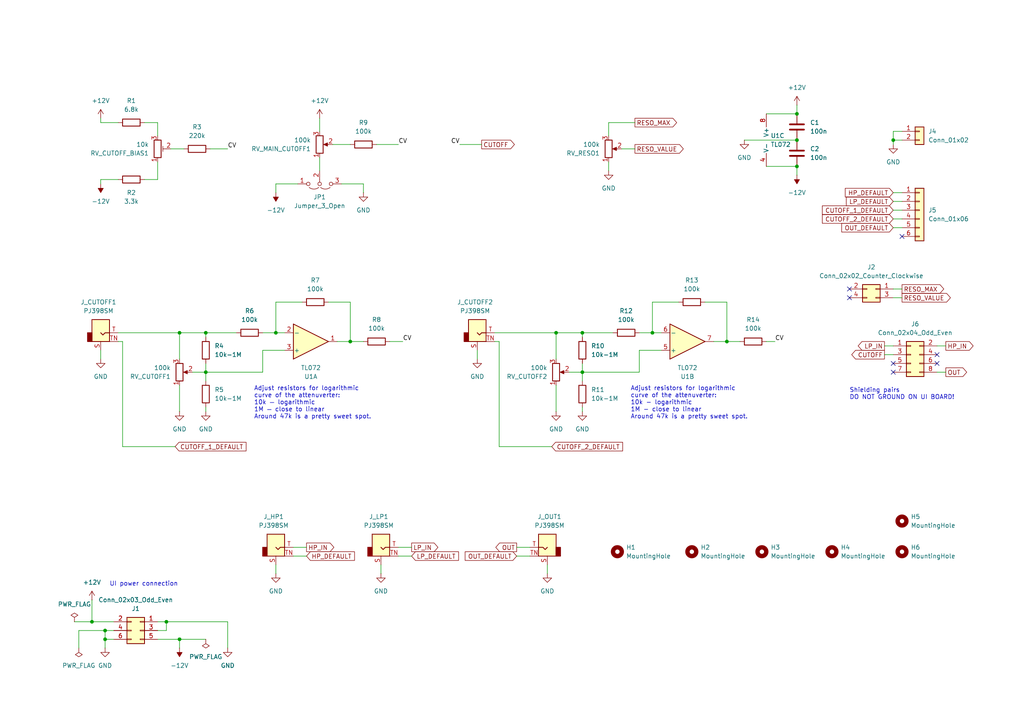
<source format=kicad_sch>
(kicad_sch (version 20250114) (generator "eeschema") (generator_version "9.0")
  (paper "A4")
  (title_block (title "Hog Moduleur VCO UI") (date "2025-07-06") (rev "v0.2") (company "Shmøergh"))
  (lib_symbols
    (symbol "Amplifier_Operational:TL072" (pin_names (offset 0.127))
      (property "Reference" "U" (at 0 5.08 0))
      (property "Value" "TL072" (at 0 -5.08 0))
      (symbol "TL072_1_1"
        (polyline (pts (xy -5.08 5.08) (xy 5.08 0) (xy -5.08 -5.08) (xy -5.08 5.08)) (stroke (width 0.254)) (fill (type background)))
        (pin input line (at -7.62 2.54 0) (length 2.54) (name "+") (number "3"))
        (pin input line (at -7.62 -2.54 0) (length 2.54) (name "-") (number "2"))
        (pin output line (at 7.62 0 180) (length 2.54) (name "~") (number "1"))
      )
      (symbol "TL072_2_1"
        (polyline (pts (xy -5.08 5.08) (xy 5.08 0) (xy -5.08 -5.08) (xy -5.08 5.08)) (stroke (width 0.254)) (fill (type background)))
        (pin input line (at -7.62 2.54 0) (length 2.54) (name "+") (number "5"))
        (pin input line (at -7.62 -2.54 0) (length 2.54) (name "-") (number "6"))
        (pin output line (at 7.62 0 180) (length 2.54) (name "~") (number "7"))
      )
      (symbol "TL072_3_1"
        (pin power_in line (at -2.54 7.62 270) (length 3.81) (name "V+") (number "8"))
        (pin power_in line (at -2.54 -7.62 90) (length 3.81) (name "V-") (number "4"))
      )
    )
    (symbol "Connector_Generic:Conn_01x02" (pin_names (offset 1.016) (hide yes))
      (property "Reference" "J" (at 0 2.54 0))
      (property "Value" "Conn_01x02" (at 0 -5.08 0))
      (symbol "Conn_01x02_1_1"
        (rectangle (start -1.27 1.27) (end 1.27 -3.81) (stroke (width 0.254)) (fill (type background)))
        (rectangle (start -1.27 0.127) (end 0 -0.127) (stroke (width 0.1524)))
        (rectangle (start -1.27 -2.413) (end 0 -2.667) (stroke (width 0.1524)))
        (pin passive line (at -5.08 0 0) (length 3.81) (name "Pin_1") (number "1"))
        (pin passive line (at -5.08 -2.54 0) (length 3.81) (name "Pin_2") (number "2"))
      )
    )
    (symbol "Connector_Generic:Conn_01x06" (pin_names (offset 1.016) (hide yes))
      (property "Reference" "J" (at 0 7.62 0))
      (property "Value" "Conn_01x06" (at 0 -10.16 0))
      (symbol "Conn_01x06_1_1"
        (rectangle (start -1.27 6.35) (end 1.27 -8.89) (stroke (width 0.254)) (fill (type background)))
        (rectangle (start -1.27 5.207) (end 0 4.953) (stroke (width 0.1524)))
        (rectangle (start -1.27 2.667) (end 0 2.413) (stroke (width 0.1524)))
        (rectangle (start -1.27 0.127) (end 0 -0.127) (stroke (width 0.1524)))
        (rectangle (start -1.27 -2.413) (end 0 -2.667) (stroke (width 0.1524)))
        (rectangle (start -1.27 -4.953) (end 0 -5.207) (stroke (width 0.1524)))
        (rectangle (start -1.27 -7.493) (end 0 -7.747) (stroke (width 0.1524)))
        (pin passive line (at -5.08 5.08 0) (length 3.81) (name "Pin_1") (number "1"))
        (pin passive line (at -5.08 2.54 0) (length 3.81) (name "Pin_2") (number "2"))
        (pin passive line (at -5.08 0 0) (length 3.81) (name "Pin_3") (number "3"))
        (pin passive line (at -5.08 -2.54 0) (length 3.81) (name "Pin_4") (number "4"))
        (pin passive line (at -5.08 -5.08 0) (length 3.81) (name "Pin_5") (number "5"))
        (pin passive line (at -5.08 -7.62 0) (length 3.81) (name "Pin_6") (number "6"))
      )
    )
    (symbol "Connector_Generic:Conn_02x02_Odd_Even" (pin_names (offset 1.016) (hide yes))
      (property "Reference" "J" (at 1.27 2.54 0))
      (property "Value" "Conn_02x02_Odd_Even" (at 1.27 -5.08 0))
      (symbol "Conn_02x02_Odd_Even_1_1"
        (rectangle (start -1.27 1.27) (end 3.81 -3.81) (stroke (width 0.254)) (fill (type background)))
        (rectangle (start -1.27 0.127) (end 0 -0.127) (stroke (width 0.1524)))
        (rectangle (start -1.27 -2.413) (end 0 -2.667) (stroke (width 0.1524)))
        (rectangle (start 3.81 0.127) (end 2.54 -0.127) (stroke (width 0.1524)))
        (rectangle (start 3.81 -2.413) (end 2.54 -2.667) (stroke (width 0.1524)))
        (pin passive line (at -5.08 0 0) (length 3.81) (name "Pin_1") (number "1"))
        (pin passive line (at -5.08 -2.54 0) (length 3.81) (name "Pin_3") (number "3"))
        (pin passive line (at 7.62 0 180) (length 3.81) (name "Pin_2") (number "2"))
        (pin passive line (at 7.62 -2.54 180) (length 3.81) (name "Pin_4") (number "4"))
      )
    )
    (symbol "Connector_Generic:Conn_02x03_Odd_Even" (pin_names (offset 1.016) (hide yes))
      (property "Reference" "J" (at 1.27 5.08 0))
      (property "Value" "Conn_02x03_Odd_Even" (at 1.27 -5.08 0))
      (symbol "Conn_02x03_Odd_Even_1_1"
        (rectangle (start -1.27 3.81) (end 3.81 -3.81) (stroke (width 0.254)) (fill (type background)))
        (rectangle (start -1.27 2.667) (end 0 2.413) (stroke (width 0.1524)))
        (rectangle (start -1.27 0.127) (end 0 -0.127) (stroke (width 0.1524)))
        (rectangle (start -1.27 -2.413) (end 0 -2.667) (stroke (width 0.1524)))
        (rectangle (start 3.81 2.667) (end 2.54 2.413) (stroke (width 0.1524)))
        (rectangle (start 3.81 0.127) (end 2.54 -0.127) (stroke (width 0.1524)))
        (rectangle (start 3.81 -2.413) (end 2.54 -2.667) (stroke (width 0.1524)))
        (pin passive line (at -5.08 2.54 0) (length 3.81) (name "Pin_1") (number "1"))
        (pin passive line (at -5.08 0 0) (length 3.81) (name "Pin_3") (number "3"))
        (pin passive line (at -5.08 -2.54 0) (length 3.81) (name "Pin_5") (number "5"))
        (pin passive line (at 7.62 2.54 180) (length 3.81) (name "Pin_2") (number "2"))
        (pin passive line (at 7.62 0 180) (length 3.81) (name "Pin_4") (number "4"))
        (pin passive line (at 7.62 -2.54 180) (length 3.81) (name "Pin_6") (number "6"))
      )
    )
    (symbol "Connector_Generic:Conn_02x04_Odd_Even" (pin_names (offset 1.016) (hide yes))
      (property "Reference" "J" (at 1.27 5.08 0))
      (property "Value" "Conn_02x04_Odd_Even" (at 1.27 -7.62 0))
      (symbol "Conn_02x04_Odd_Even_1_1"
        (rectangle (start -1.27 3.81) (end 3.81 -6.35) (stroke (width 0.254)) (fill (type background)))
        (rectangle (start -1.27 2.667) (end 0 2.413) (stroke (width 0.1524)))
        (rectangle (start -1.27 0.127) (end 0 -0.127) (stroke (width 0.1524)))
        (rectangle (start -1.27 -2.413) (end 0 -2.667) (stroke (width 0.1524)))
        (rectangle (start -1.27 -4.953) (end 0 -5.207) (stroke (width 0.1524)))
        (rectangle (start 3.81 2.667) (end 2.54 2.413) (stroke (width 0.1524)))
        (rectangle (start 3.81 0.127) (end 2.54 -0.127) (stroke (width 0.1524)))
        (rectangle (start 3.81 -2.413) (end 2.54 -2.667) (stroke (width 0.1524)))
        (rectangle (start 3.81 -4.953) (end 2.54 -5.207) (stroke (width 0.1524)))
        (pin passive line (at -5.08 2.54 0) (length 3.81) (name "Pin_1") (number "1"))
        (pin passive line (at -5.08 0 0) (length 3.81) (name "Pin_3") (number "3"))
        (pin passive line (at -5.08 -2.54 0) (length 3.81) (name "Pin_5") (number "5"))
        (pin passive line (at -5.08 -5.08 0) (length 3.81) (name "Pin_7") (number "7"))
        (pin passive line (at 7.62 2.54 180) (length 3.81) (name "Pin_2") (number "2"))
        (pin passive line (at 7.62 0 180) (length 3.81) (name "Pin_4") (number "4"))
        (pin passive line (at 7.62 -2.54 180) (length 3.81) (name "Pin_6") (number "6"))
        (pin passive line (at 7.62 -5.08 180) (length 3.81) (name "Pin_8") (number "8"))
      )
    )
    (symbol "Device:C" (pin_numbers (hide yes)) (pin_names (offset 0.254))
      (property "Reference" "C" (at 0.635 2.54 0))
      (property "Value" "C" (at 0.635 -2.54 0))
      (symbol "C_0_1"
        (polyline (pts (xy -2.032 0.762) (xy 2.032 0.762)) (stroke (width 0.508)))
        (polyline (pts (xy -2.032 -0.762) (xy 2.032 -0.762)) (stroke (width 0.508)))
      )
      (symbol "C_1_1"
        (pin passive line (at 0 3.81 270) (length 2.794) (name "~") (number "1"))
        (pin passive line (at 0 -3.81 90) (length 2.794) (name "~") (number "2"))
      )
    )
    (symbol "Device:R" (pin_numbers (hide yes)) (pin_names (offset 0))
      (property "Reference" "R" (at 2.032 0 90))
      (property "Value" "R" (at 0 0 90))
      (symbol "R_0_1"
        (rectangle (start -1.016 -2.54) (end 1.016 2.54) (stroke (width 0.254)))
      )
      (symbol "R_1_1"
        (pin passive line (at 0 3.81 270) (length 1.27) (name "~") (number "1"))
        (pin passive line (at 0 -3.81 90) (length 1.27) (name "~") (number "2"))
      )
    )
    (symbol "Device:R_Potentiometer" (pin_names (offset 1.016) (hide yes))
      (property "Reference" "RV" (at -4.445 0 90))
      (property "Value" "R_Potentiometer" (at -2.54 0 90))
      (symbol "R_Potentiometer_0_1"
        (rectangle (start 1.016 2.54) (end -1.016 -2.54) (stroke (width 0.254)))
        (polyline (pts (xy 1.143 0) (xy 2.286 0.508) (xy 2.286 -0.508) (xy 1.143 0)) (fill (type outline)))
        (polyline (pts (xy 2.54 0) (xy 1.524 0)))
      )
      (symbol "R_Potentiometer_1_1"
        (pin passive line (at 0 3.81 270) (length 1.27) (name "1") (number "1"))
        (pin passive line (at 0 -3.81 90) (length 1.27) (name "3") (number "3"))
        (pin passive line (at 3.81 0 180) (length 1.27) (name "2") (number "2"))
      )
    )
    (symbol "Device:R_Potentiometer_Trim" (pin_names (offset 1.016) (hide yes))
      (property "Reference" "RV" (at -4.445 0 90))
      (property "Value" "R_Potentiometer_Trim" (at -2.54 0 90))
      (symbol "R_Potentiometer_Trim_0_1"
        (rectangle (start 1.016 2.54) (end -1.016 -2.54) (stroke (width 0.254)))
        (polyline (pts (xy 1.524 0.762) (xy 1.524 -0.762)))
        (polyline (pts (xy 2.54 0) (xy 1.524 0)))
      )
      (symbol "R_Potentiometer_Trim_1_1"
        (pin passive line (at 0 3.81 270) (length 1.27) (name "1") (number "1"))
        (pin passive line (at 0 -3.81 90) (length 1.27) (name "3") (number "3"))
        (pin passive line (at 3.81 0 180) (length 1.27) (name "2") (number "2"))
      )
    )
    (symbol "Jumper:Jumper_3_Open" (pin_names (offset 0) (hide yes)) (in_bom no)
      (property "Reference" "JP" (at -2.54 -2.54 0))
      (property "Value" "Jumper_3_Open" (at 0 2.794 0))
      (symbol "Jumper_3_Open_0_0"
        (circle (center -3.302 0) (radius 0.508))
        (circle (center 0 0) (radius 0.508))
        (circle (center 3.302 0) (radius 0.508))
      )
      (symbol "Jumper_3_Open_0_1"
        (arc (start -3.048 1.016) (mid -1.651 1.4992) (end -0.254 1.016))
        (polyline (pts (xy 0 -0.508) (xy 0 -1.27)))
        (arc (start 0.254 1.016) (mid 1.651 1.4992) (end 3.048 1.016))
      )
      (symbol "Jumper_3_Open_1_1"
        (pin passive line (at -6.35 0 0) (length 2.54) (name "A") (number "1"))
        (pin passive line (at 0 -3.81 90) (length 2.54) (name "C") (number "2"))
        (pin passive line (at 6.35 0 180) (length 2.54) (name "B") (number "3"))
      )
    )
    (symbol "Mechanical:MountingHole" (pin_names (offset 1.016)) (in_bom no)
      (property "Reference" "H" (at 0 5.08 0))
      (property "Value" "MountingHole" (at 0 3.175 0))
      (symbol "MountingHole_0_1"
        (circle (center 0 0) (radius 1.27) (stroke (width 1.27)))
      )
    )
    (symbol "Shmoergh-Custom-Components:AudioJack2_Thonkiconn_S"
      (property "Reference" "J" (at 0 8.89 0))
      (property "Value" "AudioJack2_Thonkiconn" (at 0 6.35 0))
      (symbol "AudioJack2_Thonkiconn_S_0_1"
        (rectangle (start -2.54 -2.54) (end -3.81 0) (stroke (width 0.254)) (fill (type outline)))
        (polyline (pts (xy 0 0) (xy 0.635 -0.635) (xy 1.27 0) (xy 2.54 0)) (stroke (width 0.254)))
        (rectangle (start 2.54 3.81) (end -2.54 -2.54) (stroke (width 0.254)) (fill (type background)))
      )
      (symbol "AudioJack2_Thonkiconn_S_1_1"
        (pin passive line (at 0 -5.08 90) (length 2.54) (name "~") (number "S"))
        (pin bidirectional line (at 5.08 0 180) (length 2.54) (name "~") (number "T"))
        (pin passive line (at 5.08 -2.54 180) (length 2.54) (name "~") (number "TN"))
      )
    )
    (symbol "power:+12V" (power) (pin_numbers (hide yes)) (pin_names (offset 0) (hide yes))
      (property "Value" "+12V" (at 0 3.556 0))
      (symbol "+12V_0_1"
        (polyline (pts (xy -0.762 1.27) (xy 0 2.54)))
        (polyline (pts (xy 0 2.54) (xy 0.762 1.27)))
        (polyline (pts (xy 0 0) (xy 0 2.54)))
      )
      (symbol "+12V_1_1"
        (pin power_in line (at 0 0 90) (length 0) (name "~") (number "1"))
      )
    )
    (symbol "power:-12V" (power) (pin_numbers (hide yes)) (pin_names (offset 0) (hide yes))
      (property "Value" "-12V" (at 0 3.556 0))
      (symbol "-12V_0_0"
        (pin power_in line (at 0 0 90) (length 0) (name "~") (number "1"))
      )
      (symbol "-12V_0_1"
        (polyline (pts (xy 0 0) (xy 0 1.27) (xy 0.762 1.27) (xy 0 2.54) (xy -0.762 1.27) (xy 0 1.27)) (fill (type outline)))
      )
    )
    (symbol "power:GND" (power) (pin_numbers (hide yes)) (pin_names (offset 0) (hide yes))
      (property "Value" "GND" (at 0 -3.81 0))
      (symbol "GND_0_1"
        (polyline (pts (xy 0 0) (xy 0 -1.27) (xy 1.27 -1.27) (xy 0 -2.54) (xy -1.27 -1.27) (xy 0 -1.27)))
      )
      (symbol "GND_1_1"
        (pin power_in line (at 0 0 270) (length 0) (name "~") (number "1"))
      )
    )
    (symbol "power:PWR_FLAG" (power) (pin_numbers (hide yes)) (pin_names (offset 0) (hide yes))
      (property "Value" "PWR_FLAG" (at 0 3.81 0))
      (symbol "PWR_FLAG_0_0"
        (pin power_out line (at 0 0 90) (length 0) (name "~") (number "1"))
      )
      (symbol "PWR_FLAG_0_1"
        (polyline (pts (xy 0 0) (xy 0 1.27) (xy -1.016 1.905) (xy 0 2.54) (xy 1.016 1.905) (xy 0 1.27)))
      )
    )
  )
  (text "UI power connection" (at 31.75 170.18 0) (effects (font (size 1.27 1.27)) (justify left bottom)))
  (text "Adjust resistors for logarithmic\ncurve of the attenuverter: \n10k — logarithmic\n1M — close to linear\nAround 47k is a pretty sweet spot." (at 73.66 116.84 0) (effects (font (size 1.27 1.27)) (justify left)))
  (text "Shielding pairs\nDO NOT GROUND ON UI BOARD!" (at 246.38 114.3 0) (effects (font (size 1.27 1.27)) (justify left)))
  (text "Adjust resistors for logarithmic\ncurve of the attenuverter: \n10k - logarithmic\n1M - close to linear\nAround 47k is a pretty sweet spot." (at 182.88 116.84 0) (effects (font (size 1.27 1.27)) (justify left)))
  (junction (at 231.14 33.02))
  (junction (at 168.91 107.95))
  (junction (at 231.14 48.26))
  (junction (at 189.23 96.52))
  (junction (at 210.82 99.06))
  (junction (at 259.08 40.64))
  (junction (at 161.29 96.52))
  (junction (at 101.6 99.06))
  (junction (at 52.07 96.52))
  (junction (at 30.48 182.88))
  (junction (at 52.07 185.42))
  (junction (at 59.69 96.52))
  (junction (at 80.01 96.52))
  (junction (at 231.14 40.64))
  (junction (at 48.26 180.34))
  (junction (at 26.67 180.34))
  (junction (at 168.91 96.52))
  (junction (at 30.48 185.42))
  (junction (at 59.69 107.95))
  (no_connect (at 261.62 68.58))
  (no_connect (at 259.08 107.95))
  (no_connect (at 271.78 102.87))
  (no_connect (at 271.78 105.41))
  (no_connect (at 246.38 86.36))
  (no_connect (at 259.08 105.41))
  (no_connect (at 246.38 83.82))
  (wire (pts (xy 261.62 83.82) (xy 259.08 83.82)))
  (wire (pts (xy 119.38 161.29) (xy 115.57 161.29)))
  (wire (pts (xy 259.08 63.5) (xy 261.62 63.5)))
  (wire (pts (xy 168.91 119.38) (xy 168.91 118.11)))
  (wire (pts (xy 29.21 34.29) (xy 29.21 35.56)))
  (wire (pts (xy 168.91 96.52) (xy 177.8 96.52)))
  (wire (pts (xy 101.6 41.91) (xy 96.52 41.91)))
  (wire (pts (xy 34.29 96.52) (xy 52.07 96.52)))
  (wire (pts (xy 52.07 187.96) (xy 52.07 185.42)))
  (wire (pts (xy 180.34 43.18) (xy 184.15 43.18)))
  (wire (pts (xy 101.6 99.06) (xy 105.41 99.06)))
  (wire (pts (xy 59.69 185.42) (xy 52.07 185.42)))
  (wire (pts (xy 149.86 161.29) (xy 153.67 161.29)))
  (wire (pts (xy 29.21 101.6) (xy 29.21 104.14)))
  (wire (pts (xy 168.91 96.52) (xy 168.91 97.79)))
  (wire (pts (xy 45.72 185.42) (xy 52.07 185.42)))
  (wire (pts (xy 80.01 53.34) (xy 86.36 53.34)))
  (wire (pts (xy 138.43 101.6) (xy 138.43 104.14)))
  (wire (pts (xy 189.23 87.63) (xy 189.23 96.52)))
  (wire (pts (xy 259.08 40.64) (xy 261.62 40.64)))
  (wire (pts (xy 88.9 161.29) (xy 85.09 161.29)))
  (wire (pts (xy 59.69 107.95) (xy 55.88 107.95)))
  (wire (pts (xy 59.69 105.41) (xy 59.69 107.95)))
  (wire (pts (xy 52.07 96.52) (xy 52.07 104.14)))
  (wire (pts (xy 210.82 87.63) (xy 210.82 99.06)))
  (wire (pts (xy 26.67 180.34) (xy 33.02 180.34)))
  (wire (pts (xy 185.42 107.95) (xy 168.91 107.95)))
  (wire (pts (xy 161.29 96.52) (xy 161.29 104.14)))
  (wire (pts (xy 76.2 96.52) (xy 80.01 96.52)))
  (wire (pts (xy 92.71 49.53) (xy 92.71 45.72)))
  (wire (pts (xy 231.14 40.64) (xy 215.9 40.64)))
  (wire (pts (xy 168.91 107.95) (xy 165.1 107.95)))
  (wire (pts (xy 176.53 35.56) (xy 176.53 39.37)))
  (wire (pts (xy 161.29 111.76) (xy 161.29 119.38)))
  (wire (pts (xy 60.96 43.18) (xy 66.04 43.18)))
  (wire (pts (xy 59.69 107.95) (xy 59.69 110.49)))
  (wire (pts (xy 185.42 96.52) (xy 189.23 96.52)))
  (wire (pts (xy 49.53 43.18) (xy 53.34 43.18)))
  (wire (pts (xy 41.91 52.07) (xy 45.72 52.07)))
  (wire (pts (xy 261.62 86.36) (xy 259.08 86.36)))
  (wire (pts (xy 35.56 129.54) (xy 35.56 99.06)))
  (wire (pts (xy 185.42 101.6) (xy 185.42 107.95)))
  (wire (pts (xy 261.62 38.1) (xy 259.08 38.1)))
  (wire (pts (xy 76.2 107.95) (xy 59.69 107.95)))
  (wire (pts (xy 231.14 30.48) (xy 231.14 33.02)))
  (wire (pts (xy 52.07 111.76) (xy 52.07 119.38)))
  (wire (pts (xy 105.41 55.88) (xy 105.41 53.34)))
  (wire (pts (xy 113.03 99.06) (xy 116.84 99.06)))
  (wire (pts (xy 50.8 129.54) (xy 35.56 129.54)))
  (wire (pts (xy 144.78 129.54) (xy 144.78 99.06)))
  (wire (pts (xy 256.54 100.33) (xy 259.08 100.33)))
  (wire (pts (xy 222.25 48.26) (xy 231.14 48.26)))
  (wire (pts (xy 144.78 99.06) (xy 143.51 99.06)))
  (wire (pts (xy 95.25 87.63) (xy 101.6 87.63)))
  (wire (pts (xy 149.86 158.75) (xy 153.67 158.75)))
  (wire (pts (xy 259.08 38.1) (xy 259.08 40.64)))
  (wire (pts (xy 76.2 101.6) (xy 76.2 107.95)))
  (wire (pts (xy 26.67 173.99) (xy 26.67 180.34)))
  (wire (pts (xy 88.9 158.75) (xy 85.09 158.75)))
  (wire (pts (xy 101.6 99.06) (xy 97.79 99.06)))
  (wire (pts (xy 259.08 60.96) (xy 261.62 60.96)))
  (wire (pts (xy 29.21 52.07) (xy 29.21 53.34)))
  (wire (pts (xy 168.91 105.41) (xy 168.91 107.95)))
  (wire (pts (xy 222.25 33.02) (xy 231.14 33.02)))
  (wire (pts (xy 48.26 180.34) (xy 45.72 180.34)))
  (wire (pts (xy 21.59 180.34) (xy 26.67 180.34)))
  (wire (pts (xy 158.75 166.37) (xy 158.75 163.83)))
  (wire (pts (xy 119.38 158.75) (xy 115.57 158.75)))
  (wire (pts (xy 274.32 107.95) (xy 271.78 107.95)))
  (wire (pts (xy 22.86 182.88) (xy 30.48 182.88)))
  (wire (pts (xy 259.08 66.04) (xy 261.62 66.04)))
  (wire (pts (xy 210.82 99.06) (xy 207.01 99.06)))
  (wire (pts (xy 189.23 96.52) (xy 191.77 96.52)))
  (wire (pts (xy 66.04 187.96) (xy 66.04 180.34)))
  (wire (pts (xy 48.26 182.88) (xy 48.26 180.34)))
  (wire (pts (xy 204.47 87.63) (xy 210.82 87.63)))
  (wire (pts (xy 256.54 102.87) (xy 259.08 102.87)))
  (wire (pts (xy 143.51 96.52) (xy 161.29 96.52)))
  (wire (pts (xy 82.55 101.6) (xy 76.2 101.6)))
  (wire (pts (xy 33.02 185.42) (xy 30.48 185.42)))
  (wire (pts (xy 210.82 99.06) (xy 214.63 99.06)))
  (wire (pts (xy 176.53 49.53) (xy 176.53 46.99)))
  (wire (pts (xy 168.91 107.95) (xy 168.91 110.49)))
  (wire (pts (xy 35.56 99.06) (xy 34.29 99.06)))
  (wire (pts (xy 259.08 55.88) (xy 261.62 55.88)))
  (wire (pts (xy 59.69 119.38) (xy 59.69 118.11)))
  (wire (pts (xy 29.21 35.56) (xy 34.29 35.56)))
  (wire (pts (xy 80.01 163.83) (xy 80.01 166.37)))
  (wire (pts (xy 29.21 52.07) (xy 34.29 52.07)))
  (wire (pts (xy 105.41 53.34) (xy 99.06 53.34)))
  (wire (pts (xy 274.32 100.33) (xy 271.78 100.33)))
  (wire (pts (xy 101.6 87.63) (xy 101.6 99.06)))
  (wire (pts (xy 66.04 180.34) (xy 48.26 180.34)))
  (wire (pts (xy 59.69 96.52) (xy 59.69 97.79)))
  (wire (pts (xy 160.02 129.54) (xy 144.78 129.54)))
  (wire (pts (xy 59.69 96.52) (xy 68.58 96.52)))
  (wire (pts (xy 30.48 182.88) (xy 33.02 182.88)))
  (wire (pts (xy 45.72 52.07) (xy 45.72 46.99)))
  (wire (pts (xy 133.35 41.91) (xy 139.7 41.91)))
  (wire (pts (xy 176.53 35.56) (xy 184.15 35.56)))
  (wire (pts (xy 110.49 163.83) (xy 110.49 166.37)))
  (wire (pts (xy 231.14 48.26) (xy 231.14 50.8)))
  (wire (pts (xy 30.48 185.42) (xy 30.48 182.88)))
  (wire (pts (xy 22.86 187.96) (xy 22.86 182.88)))
  (wire (pts (xy 259.08 40.64) (xy 259.08 41.91)))
  (wire (pts (xy 87.63 87.63) (xy 80.01 87.63)))
  (wire (pts (xy 222.25 99.06) (xy 224.79 99.06)))
  (wire (pts (xy 30.48 187.96) (xy 30.48 185.42)))
  (wire (pts (xy 259.08 58.42) (xy 261.62 58.42)))
  (wire (pts (xy 45.72 35.56) (xy 45.72 39.37)))
  (wire (pts (xy 41.91 35.56) (xy 45.72 35.56)))
  (wire (pts (xy 45.72 182.88) (xy 48.26 182.88)))
  (wire (pts (xy 80.01 55.88) (xy 80.01 53.34)))
  (wire (pts (xy 80.01 96.52) (xy 82.55 96.52)))
  (wire (pts (xy 80.01 87.63) (xy 80.01 96.52)))
  (wire (pts (xy 161.29 96.52) (xy 168.91 96.52)))
  (wire (pts (xy 109.22 41.91) (xy 115.57 41.91)))
  (wire (pts (xy 52.07 96.52) (xy 59.69 96.52)))
  (wire (pts (xy 92.71 34.29) (xy 92.71 38.1)))
  (wire (pts (xy 191.77 101.6) (xy 185.42 101.6)))
  (wire (pts (xy 196.85 87.63) (xy 189.23 87.63)))
  (label "CV" (at 66.04 43.18 0))
  (label "CV" (at 116.84 99.06 0))
  (label "CV" (at 224.79 99.06 0))
  (label "CV" (at 133.35 41.91 180))
  (label "CV" (at 115.57 41.91 0))
  (global_label "RESO_VALUE" (shape output) (at 184.15 43.18 0) (property "Intersheetrefs" "${INTERSHEET_REFS}" (effects (hide yes))))
  (global_label "HP_IN" (shape output) (at 274.32 100.33 0) (property "Intersheetrefs" "${INTERSHEET_REFS}" (effects (hide yes))))
  (global_label "OUT" (shape output) (at 149.86 158.75 180) (property "Intersheetrefs" "${INTERSHEET_REFS}" (effects (hide yes))))
  (global_label "CUTOFF" (shape output) (at 139.7 41.91 0) (property "Intersheetrefs" "${INTERSHEET_REFS}" (effects (hide yes))))
  (global_label "LP_IN" (shape output) (at 119.38 158.75 0) (property "Intersheetrefs" "${INTERSHEET_REFS}" (effects (hide yes))))
  (global_label "OUT_DEFAULT" (shape input) (at 149.86 161.29 180) (property "Intersheetrefs" "${INTERSHEET_REFS}" (effects (hide yes))))
  (global_label "HP_IN" (shape output) (at 88.9 158.75 0) (property "Intersheetrefs" "${INTERSHEET_REFS}" (effects (hide yes))))
  (global_label "OUT_DEFAULT" (shape input) (at 259.08 66.04 180) (property "Intersheetrefs" "${INTERSHEET_REFS}" (effects (hide yes))))
  (global_label "CUTOFF" (shape output) (at 256.54 102.87 180) (property "Intersheetrefs" "${INTERSHEET_REFS}" (effects (hide yes))))
  (global_label "CUTOFF_2_DEFAULT" (shape input) (at 160.02 129.54 0) (property "Intersheetrefs" "${INTERSHEET_REFS}" (effects (hide yes))))
  (global_label "RESO_MAX" (shape output) (at 184.15 35.56 0) (property "Intersheetrefs" "${INTERSHEET_REFS}" (effects (hide yes))))
  (global_label "HP_DEFAULT" (shape input) (at 259.08 55.88 180) (property "Intersheetrefs" "${INTERSHEET_REFS}" (effects (hide yes))))
  (global_label "CUTOFF_1_DEFAULT" (shape input) (at 50.8 129.54 0) (property "Intersheetrefs" "${INTERSHEET_REFS}" (effects (hide yes))))
  (global_label "RESO_MAX" (shape output) (at 261.62 83.82 0) (property "Intersheetrefs" "${INTERSHEET_REFS}" (effects (hide yes))))
  (global_label "CUTOFF_1_DEFAULT" (shape input) (at 259.08 60.96 180) (property "Intersheetrefs" "${INTERSHEET_REFS}" (effects (hide yes))))
  (global_label "LP_DEFAULT" (shape input) (at 119.38 161.29 0) (property "Intersheetrefs" "${INTERSHEET_REFS}" (effects (hide yes))))
  (global_label "RESO_VALUE" (shape output) (at 261.62 86.36 0) (property "Intersheetrefs" "${INTERSHEET_REFS}" (effects (hide yes))))
  (global_label "LP_IN" (shape output) (at 256.54 100.33 180) (property "Intersheetrefs" "${INTERSHEET_REFS}" (effects (hide yes))))
  (global_label "HP_DEFAULT" (shape input) (at 88.9 161.29 0) (property "Intersheetrefs" "${INTERSHEET_REFS}" (effects (hide yes))))
  (global_label "OUT" (shape output) (at 274.32 107.95 0) (property "Intersheetrefs" "${INTERSHEET_REFS}" (effects (hide yes))))
  (global_label "CUTOFF_2_DEFAULT" (shape input) (at 259.08 63.5 180) (property "Intersheetrefs" "${INTERSHEET_REFS}" (effects (hide yes))))
  (global_label "LP_DEFAULT" (shape input) (at 259.08 58.42 180) (property "Intersheetrefs" "${INTERSHEET_REFS}" (effects (hide yes))))
  (symbol (lib_id "power:-12V") (at 231.14 50.8 180) (unit 1)
    (property "Reference" "#PWR021" (effects (hide yes)))
    (property "Value" "-12V" (at 231.14 55.88 0))
    (property "Description" "Power symbol creates a global label with name \"-12V\"" (effects (hide yes)))
  )
  (symbol (lib_id "Device:R") (at 168.91 101.6 180) (unit 1)
    (property "Reference" "R10" (at 171.45 100.3299 0) (effects (justify right)))
    (property "Value" "10k-1M" (at 171.45 102.8699 0) (effects (justify right)))
    (property "Footprint" "Shmoergh_Custom_Footprints:R_Axial_DIN0207_L6.3mm_D2.5mm_P7.62mm_Horizontal" (effects (hide yes)))
    (property "Description" "Resistor" (effects (hide yes)))
    (property "Vendor" "Mouser" (effects (hide yes)))
    (property "Part URL" "https://mou.sr/4hEwI4G" (effects (hide yes)))
    (property "Part no." "603-MFR-25FRF52100K" (effects (hide yes)))
  )
  (symbol (lib_id "Device:R") (at 168.91 114.3 180) (unit 1)
    (property "Reference" "R11" (at 171.45 113.0299 0) (effects (justify right)))
    (property "Value" "10k-1M" (at 171.45 115.5699 0) (effects (justify right)))
    (property "Footprint" "Shmoergh_Custom_Footprints:R_Axial_DIN0207_L6.3mm_D2.5mm_P7.62mm_Horizontal" (effects (hide yes)))
    (property "Description" "Resistor" (effects (hide yes)))
    (property "Vendor" "Mouser" (effects (hide yes)))
    (property "Part URL" "https://mou.sr/4hEwI4G" (effects (hide yes)))
    (property "Part no." "603-MFR-25FRF52100K" (effects (hide yes)))
  )
  (symbol (lib_id "Device:R") (at 59.69 101.6 180) (unit 1)
    (property "Reference" "R4" (at 62.23 100.3299 0) (effects (justify right)))
    (property "Value" "10k-1M" (at 62.23 102.8699 0) (effects (justify right)))
    (property "Footprint" "Shmoergh_Custom_Footprints:R_Axial_DIN0207_L6.3mm_D2.5mm_P7.62mm_Horizontal" (effects (hide yes)))
    (property "Description" "Resistor" (effects (hide yes)))
    (property "Vendor" "Mouser" (effects (hide yes)))
    (property "Part URL" "https://mou.sr/4hEwI4G" (effects (hide yes)))
    (property "Part no." "603-MFR-25FRF52100K" (effects (hide yes)))
  )
  (symbol (lib_id "power:+12V") (at 26.67 173.99 0) (unit 1)
    (property "Reference" "#PWR01" (effects (hide yes)))
    (property "Value" "+12V" (at 26.67 168.91 0))
    (property "Description" "Power symbol creates a global label with name \"+12V\"" (effects (hide yes)))
  )
  (symbol (lib_id "Device:R") (at 91.44 87.63 90) (unit 1)
    (property "Reference" "R7" (at 91.44 81.28 90))
    (property "Value" "100k" (at 91.44 83.82 90))
    (property "Footprint" "Shmoergh_Custom_Footprints:R_Axial_DIN0207_L6.3mm_D2.5mm_P7.62mm_Horizontal" (effects (hide yes)))
    (property "Description" "Resistor" (effects (hide yes)))
    (property "Vendor" "Mouser" (effects (hide yes)))
    (property "Part URL" "https://mou.sr/4hEwI4G" (effects (hide yes)))
    (property "Part no." "603-MFR-25FRF52100K" (effects (hide yes)))
  )
  (symbol (lib_id "Device:C") (at 231.14 44.45 0) (unit 1)
    (property "Reference" "C2" (at 234.95 43.1799 0) (effects (justify left)))
    (property "Value" "100n" (at 234.95 45.7199 0) (effects (justify left)))
    (property "Footprint" "Capacitor_THT:C_Disc_D5.0mm_W2.5mm_P2.50mm" (effects (hide yes)))
    (property "Description" "Unpolarized capacitor" (effects (hide yes)))
    (property "Part URL" "https://mou.sr/4adMnbf" (effects (hide yes)))
    (property "Part no." "594-K104K15X7RF53L2" (effects (hide yes)))
    (property "Vendor" "Mouser" (effects (hide yes)))
  )
  (symbol (lib_id "power:GND") (at 52.07 119.38 0) (unit 1)
    (property "Reference" "#PWR06" (effects (hide yes)))
    (property "Value" "GND" (at 52.07 124.46 0))
    (property "Description" "Power symbol creates a global label with name \"GND\" , ground" (effects (hide yes)))
  )
  (symbol (lib_id "Device:R") (at 38.1 35.56 90) (unit 1)
    (property "Reference" "R1" (at 38.1 29.21 90))
    (property "Value" "6.8k" (at 38.1 31.75 90))
    (property "Footprint" "Shmoergh_Custom_Footprints:R_Axial_DIN0207_L6.3mm_D2.5mm_P7.62mm_Horizontal" (effects (hide yes)))
    (property "Description" "Resistor" (effects (hide yes)))
    (property "Vendor" "Mouser" (effects (hide yes)))
    (property "Part URL" "https://mou.sr/4hEwI4G" (effects (hide yes)))
    (property "Part no." "603-MFR-25FRF52100K" (effects (hide yes)))
  )
  (symbol (lib_id "Device:R") (at 57.15 43.18 90) (unit 1)
    (property "Reference" "R3" (at 57.15 36.83 90))
    (property "Value" "220k" (at 57.15 39.37 90))
    (property "Footprint" "Shmoergh_Custom_Footprints:R_Axial_DIN0207_L6.3mm_D2.5mm_P7.62mm_Horizontal" (effects (hide yes)))
    (property "Description" "Resistor" (effects (hide yes)))
    (property "Vendor" "Mouser" (effects (hide yes)))
    (property "Part URL" "https://mou.sr/4hEwI4G" (effects (hide yes)))
    (property "Part no." "603-MFR-25FRF52100K" (effects (hide yes)))
  )
  (symbol (lib_id "Shmoergh-Custom-Components:AudioJack2_Thonkiconn_S") (at 158.75 158.75 0) (mirror y) (unit 1)
    (property "Reference" "J_OUT1" (at 159.385 149.86 0))
    (property "Value" "PJ398SM" (at 159.385 152.4 0))
    (property "Footprint" "Shmoergh_Custom_Footprints:Jack_3.5mm_QingPu_WQP-PJ398SM_Vertical_CircularHoles" (effects (hide yes)))
    (property "Description" "Audio Jack, 2 Poles (Mono / TS), Grounded Sleeve" (effects (hide yes)))
    (property "Part URL" "https://www.thonk.co.uk/shop/thonkiconn/" (effects (hide yes)))
    (property "Vendor" "Thonk" (effects (hide yes)))
    (property "Part no." "PJ398SM" (effects (hide yes)))
  )
  (symbol (lib_id "power:GND") (at 138.43 104.14 0) (unit 1)
    (property "Reference" "#PWR015" (effects (hide yes)))
    (property "Value" "GND" (at 138.43 109.22 0))
    (property "Description" "Power symbol creates a global label with name \"GND\" , ground" (effects (hide yes)))
  )
  (symbol (lib_id "Shmoergh-Custom-Components:AudioJack2_Thonkiconn_S") (at 110.49 158.75 0) (unit 1)
    (property "Reference" "J_LP1" (at 109.855 149.86 0))
    (property "Value" "PJ398SM" (at 109.855 152.4 0))
    (property "Footprint" "Shmoergh_Custom_Footprints:Jack_3.5mm_QingPu_WQP-PJ398SM_Vertical_CircularHoles" (effects (hide yes)))
    (property "Description" "Audio Jack, 2 Poles (Mono / TS), Grounded Sleeve" (effects (hide yes)))
    (property "Part URL" "https://www.thonk.co.uk/shop/thonkiconn/" (effects (hide yes)))
    (property "Vendor" "Thonk" (effects (hide yes)))
    (property "Part no." "PJ398SM" (effects (hide yes)))
  )
  (symbol (lib_id "power:-12V") (at 80.01 55.88 180) (unit 1)
    (property "Reference" "#PWR011" (effects (hide yes)))
    (property "Value" "-12V" (at 80.01 60.96 0))
    (property "Description" "Power symbol creates a global label with name \"-12V\"" (effects (hide yes)))
  )
  (symbol (lib_id "power:GND") (at 158.75 166.37 0) (mirror y) (unit 1)
    (property "Reference" "#PWR016" (effects (hide yes)))
    (property "Value" "GND" (at 158.75 171.45 0))
    (property "Description" "Power symbol creates a global label with name \"GND\" , ground" (effects (hide yes)))
  )
  (symbol (lib_id "Device:R") (at 59.69 114.3 180) (unit 1)
    (property "Reference" "R5" (at 62.23 113.0299 0) (effects (justify right)))
    (property "Value" "10k-1M" (at 62.23 115.5699 0) (effects (justify right)))
    (property "Footprint" "Shmoergh_Custom_Footprints:R_Axial_DIN0207_L6.3mm_D2.5mm_P7.62mm_Horizontal" (effects (hide yes)))
    (property "Description" "Resistor" (effects (hide yes)))
    (property "Vendor" "Mouser" (effects (hide yes)))
    (property "Part URL" "https://mou.sr/4hEwI4G" (effects (hide yes)))
    (property "Part no." "603-MFR-25FRF52100K" (effects (hide yes)))
  )
  (symbol (lib_id "power:-12V") (at 52.07 187.96 180) (unit 1)
    (property "Reference" "#PWR07" (effects (hide yes)))
    (property "Value" "-12V" (at 52.07 193.04 0))
    (property "Description" "Power symbol creates a global label with name \"-12V\"" (effects (hide yes)))
  )
  (symbol (lib_id "Connector_Generic:Conn_02x02_Odd_Even") (at 254 83.82 0) (mirror y) (unit 1)
    (property "Reference" "J2" (at 252.73 77.47 0))
    (property "Value" "Conn_02x02_Counter_Clockwise" (at 252.73 80.01 0))
    (property "Footprint" "Connector_PinSocket_2.54mm:PinSocket_2x02_P2.54mm_Vertical" (effects (hide yes)))
    (property "Description" "Generic connector, double row, 02x02, odd/even pin numbering scheme (row 1 odd numbers, row 2 even numbers), script generated (kicad-library-utils/schlib/autogen/connector/)" (effects (hide yes)))
    (property "Part URL" "https://mou.sr/4eSbYqI" (effects (hide yes)))
    (property "Vendor" "Mouser" (effects (hide yes)))
    (property "Part no." "200-SSW10206TD" (effects (hide yes)))
  )
  (symbol (lib_id "Device:R") (at 109.22 99.06 90) (unit 1)
    (property "Reference" "R8" (at 109.22 92.71 90))
    (property "Value" "100k" (at 109.22 95.25 90))
    (property "Footprint" "Shmoergh_Custom_Footprints:R_Axial_DIN0207_L6.3mm_D2.5mm_P7.62mm_Horizontal" (effects (hide yes)))
    (property "Description" "Resistor" (effects (hide yes)))
    (property "Vendor" "Mouser" (effects (hide yes)))
    (property "Part URL" "https://mou.sr/4hEwI4G" (effects (hide yes)))
    (property "Part no." "603-MFR-25FRF52100K" (effects (hide yes)))
  )
  (symbol (lib_id "Mechanical:MountingHole") (at 261.62 160.02 0) (unit 1) (in_bom no)
    (property "Reference" "H6" (at 264.16 158.7499 0) (effects (justify left)))
    (property "Value" "MountingHole" (at 264.16 161.2899 0) (effects (justify left)))
    (property "Footprint" "MountingHole:MountingHole_3.2mm_M3_DIN965_Pad" (effects (hide yes)))
    (property "Description" "Mounting Hole without connection" (effects (hide yes)))
    (property "Vendor" "-" (effects (hide yes)))
  )
  (symbol (lib_id "Connector_Generic:Conn_02x03_Odd_Even") (at 40.64 182.88 0) (mirror y) (unit 1)
    (property "Reference" "J1" (at 39.37 176.53 0))
    (property "Value" "Conn_02x03_Odd_Even" (at 39.37 173.99 0))
    (property "Footprint" "Connector_PinSocket_2.54mm:PinSocket_2x03_P2.54mm_Vertical" (effects (hide yes)))
    (property "Description" "Generic connector, double row, 02x03, odd/even pin numbering scheme (row 1 odd numbers, row 2 even numbers), script generated (kicad-library-utils/schlib/autogen/connector/)" (effects (hide yes)))
    (property "Part URL" "https://mou.sr/3GIDVEr" (effects (hide yes)))
    (property "Vendor" "Mouser" (effects (hide yes)))
    (property "Part no." "200-SSW10301TD" (effects (hide yes)))
  )
  (symbol (lib_id "power:GND") (at 80.01 166.37 0) (unit 1)
    (property "Reference" "#PWR010" (effects (hide yes)))
    (property "Value" "GND" (at 80.01 171.45 0))
    (property "Description" "Power symbol creates a global label with name \"GND\" , ground" (effects (hide yes)))
  )
  (symbol (lib_id "Shmoergh-Custom-Components:AudioJack2_Thonkiconn_S") (at 80.01 158.75 0) (unit 1)
    (property "Reference" "J_HP1" (at 79.375 149.86 0))
    (property "Value" "PJ398SM" (at 79.375 152.4 0))
    (property "Footprint" "Shmoergh_Custom_Footprints:Jack_3.5mm_QingPu_WQP-PJ398SM_Vertical_CircularHoles" (effects (hide yes)))
    (property "Description" "Audio Jack, 2 Poles (Mono / TS), Grounded Sleeve" (effects (hide yes)))
    (property "Part URL" "https://www.thonk.co.uk/shop/thonkiconn/" (effects (hide yes)))
    (property "Vendor" "Thonk" (effects (hide yes)))
    (property "Part no." "PJ398SM" (effects (hide yes)))
  )
  (symbol (lib_id "Amplifier_Operational:TL072") (at 90.17 99.06 0) (mirror x) (unit 1)
    (property "Reference" "U1" (at 90.17 109.22 0))
    (property "Value" "TL072" (at 90.17 106.68 0))
    (property "Footprint" "Package_DIP:DIP-8_W7.62mm_LongPads" (effects (hide yes)))
    (property "Datasheet" "http://www.ti.com/lit/ds/symlink/tl071.pdf" (effects (hide yes)))
    (property "Description" "Dual Low-Noise JFET-Input Operational Amplifiers, DIP-8/SOIC-8" (effects (hide yes)))
    (property "Part URL" "https://mou.sr/48zN39J" (effects (hide yes)))
    (property "Part no." "595-TL072CP" (effects (hide yes)))
    (property "Vendor" "Mouser" (effects (hide yes)))
  )
  (symbol (lib_id "Mechanical:MountingHole") (at 200.66 160.02 0) (unit 1) (in_bom no)
    (property "Reference" "H2" (at 203.2 158.7499 0) (effects (justify left)))
    (property "Value" "MountingHole" (at 203.2 161.2899 0) (effects (justify left)))
    (property "Footprint" "MountingHole:MountingHole_3.2mm_M3_DIN965_Pad" (effects (hide yes)))
    (property "Description" "Mounting Hole without connection" (effects (hide yes)))
    (property "Vendor" "-" (effects (hide yes)))
  )
  (symbol (lib_id "power:GND") (at 168.91 119.38 0) (unit 1)
    (property "Reference" "#PWR018" (effects (hide yes)))
    (property "Value" "GND" (at 168.91 124.46 0))
    (property "Description" "Power symbol creates a global label with name \"GND\" , ground" (effects (hide yes)))
  )
  (symbol (lib_id "power:GND") (at 29.21 104.14 0) (unit 1)
    (property "Reference" "#PWR04" (effects (hide yes)))
    (property "Value" "GND" (at 29.21 109.22 0))
    (property "Description" "Power symbol creates a global label with name \"GND\" , ground" (effects (hide yes)))
  )
  (symbol (lib_id "power:+12V") (at 29.21 34.29 0) (unit 1)
    (property "Reference" "#PWR02" (effects (hide yes)))
    (property "Value" "+12V" (at 29.21 29.21 0))
    (property "Description" "Power symbol creates a global label with name \"+12V\"" (effects (hide yes)))
  )
  (symbol (lib_id "power:GND") (at 59.69 119.38 0) (unit 1)
    (property "Reference" "#PWR08" (effects (hide yes)))
    (property "Value" "GND" (at 59.69 124.46 0))
    (property "Description" "Power symbol creates a global label with name \"GND\" , ground" (effects (hide yes)))
  )
  (symbol (lib_id "Connector_Generic:Conn_01x06") (at 266.7 60.96 0) (unit 1)
    (property "Reference" "J5" (at 269.24 60.9599 0) (effects (justify left)))
    (property "Value" "Conn_01x06" (at 269.24 63.4999 0) (effects (justify left)))
    (property "Footprint" "Connector_PinSocket_2.54mm:PinSocket_1x06_P2.54mm_Vertical" (effects (hide yes)))
    (property "Description" "Generic connector, single row, 01x06, script generated (kicad-library-utils/schlib/autogen/connector/)" (effects (hide yes)))
    (property "Part URL" "https://mou.sr/4lnf48h" (effects (hide yes)))
    (property "Vendor" "Mouser" (effects (hide yes)))
    (property "Part no." "200-SSW10601TS" (effects (hide yes)))
  )
  (symbol (lib_id "Mechanical:MountingHole") (at 179.07 160.02 0) (unit 1) (in_bom no)
    (property "Reference" "H1" (at 181.61 158.7499 0) (effects (justify left)))
    (property "Value" "MountingHole" (at 181.61 161.2899 0) (effects (justify left)))
    (property "Footprint" "MountingHole:MountingHole_3.2mm_M3_DIN965_Pad" (effects (hide yes)))
    (property "Description" "Mounting Hole without connection" (effects (hide yes)))
    (property "Vendor" "-" (effects (hide yes)))
  )
  (symbol (lib_id "Device:R_Potentiometer") (at 176.53 43.18 0) (mirror x) (unit 1)
    (property "Reference" "RV_RESO1" (at 173.99 44.4501 0) (effects (justify right)))
    (property "Value" "100k" (at 173.99 41.9101 0) (effects (justify right)))
    (property "Footprint" "Shmoergh_Custom_Footprints:Potentiometer_Bourns_Single-PTV09A" (effects (hide yes)))
    (property "Description" "Potentiometer" (effects (hide yes)))
    (property "Part URL" "https://mou.sr/4694GMU" (effects (hide yes)))
    (property "Vendor" "Mouser" (effects (hide yes)))
    (property "Part no." "652-PTV09A4025FB104" (effects (hide yes)))
  )
  (symbol (lib_id "power:PWR_FLAG") (at 21.59 180.34 0) (unit 1)
    (property "Reference" "#FLG01" (effects (hide yes)))
    (property "Value" "PWR_FLAG" (at 21.59 175.26 0))
    (property "Description" "Special symbol for telling ERC where power comes from" (effects (hide yes)))
  )
  (symbol (lib_id "Device:R_Potentiometer_Trim") (at 45.72 43.18 0) (mirror x) (unit 1)
    (property "Reference" "RV_CUTOFF_BIAS1" (at 43.18 44.4501 0) (effects (justify right)))
    (property "Value" "10k" (at 43.18 41.9101 0) (effects (justify right)))
    (property "Footprint" "Potentiometer_THT:Potentiometer_ACP_CA6-H2,5_Horizontal" (effects (hide yes)))
    (property "Description" "Trim-potentiometer" (effects (hide yes)))
    (property "Part URL" "https://mou.sr/44pTlq5" (effects (hide yes)))
    (property "Vendor" "Mouser" (effects (hide yes)))
    (property "Part no." "774-06TR4AA103CP" (effects (hide yes)))
  )
  (symbol (lib_id "power:GND") (at 215.9 40.64 0) (mirror y) (unit 1)
    (property "Reference" "#PWR019" (effects (hide yes)))
    (property "Value" "GND" (at 215.9 45.72 0))
    (property "Description" "Power symbol creates a global label with name \"GND\" , ground" (effects (hide yes)))
  )
  (symbol (lib_id "power:GND") (at 66.04 187.96 0) (unit 1)
    (property "Reference" "#PWR09" (effects (hide yes)))
    (property "Value" "GND" (at 66.04 193.04 0))
    (property "Description" "Power symbol creates a global label with name \"GND\" , ground" (effects (hide yes)))
  )
  (symbol (lib_id "power:GND") (at 176.53 49.53 0) (unit 1)
    (property "Reference" "#PWR023" (effects (hide yes)))
    (property "Value" "GND" (at 176.53 54.61 0))
    (property "Description" "Power symbol creates a global label with name \"GND\" , ground" (effects (hide yes)))
  )
  (symbol (lib_id "Amplifier_Operational:TL072") (at 224.79 40.64 0) (unit 3)
    (property "Reference" "U1" (at 223.52 39.3699 0) (effects (justify left)))
    (property "Value" "TL072" (at 223.52 41.9099 0) (effects (justify left)))
    (property "Footprint" "Package_DIP:DIP-8_W7.62mm_LongPads" (effects (hide yes)))
    (property "Datasheet" "http://www.ti.com/lit/ds/symlink/tl071.pdf" (effects (hide yes)))
    (property "Description" "Dual Low-Noise JFET-Input Operational Amplifiers, DIP-8/SOIC-8" (effects (hide yes)))
    (property "Part URL" "https://mou.sr/48zN39J" (effects (hide yes)))
    (property "Part no." "595-TL072CP" (effects (hide yes)))
    (property "Vendor" "Mouser" (effects (hide yes)))
  )
  (symbol (lib_id "Device:R") (at 38.1 52.07 90) (unit 1)
    (property "Reference" "R2" (at 38.1 55.88 90))
    (property "Value" "3.3k" (at 38.1 58.42 90))
    (property "Footprint" "Shmoergh_Custom_Footprints:R_Axial_DIN0207_L6.3mm_D2.5mm_P7.62mm_Horizontal" (effects (hide yes)))
    (property "Description" "Resistor" (effects (hide yes)))
    (property "Vendor" "Mouser" (effects (hide yes)))
    (property "Part URL" "https://mou.sr/4hEwI4G" (effects (hide yes)))
    (property "Part no." "603-MFR-25FRF52100K" (effects (hide yes)))
  )
  (symbol (lib_id "power:GND") (at 105.41 55.88 0) (unit 1)
    (property "Reference" "#PWR014" (effects (hide yes)))
    (property "Value" "GND" (at 105.41 60.96 0))
    (property "Description" "Power symbol creates a global label with name \"GND\" , ground" (effects (hide yes)))
  )
  (symbol (lib_id "power:+12V") (at 92.71 34.29 0) (unit 1)
    (property "Reference" "#PWR012" (effects (hide yes)))
    (property "Value" "+12V" (at 92.71 29.21 0))
    (property "Description" "Power symbol creates a global label with name \"+12V\"" (effects (hide yes)))
  )
  (symbol (lib_id "power:GND") (at 110.49 166.37 0) (unit 1)
    (property "Reference" "#PWR013" (effects (hide yes)))
    (property "Value" "GND" (at 110.49 171.45 0))
    (property "Description" "Power symbol creates a global label with name \"GND\" , ground" (effects (hide yes)))
  )
  (symbol (lib_id "Device:R") (at 181.61 96.52 90) (unit 1)
    (property "Reference" "R12" (at 181.61 90.17 90))
    (property "Value" "100k" (at 181.61 92.71 90))
    (property "Footprint" "Shmoergh_Custom_Footprints:R_Axial_DIN0207_L6.3mm_D2.5mm_P7.62mm_Horizontal" (effects (hide yes)))
    (property "Description" "Resistor" (effects (hide yes)))
    (property "Vendor" "Mouser" (effects (hide yes)))
    (property "Part URL" "https://mou.sr/4hEwI4G" (effects (hide yes)))
    (property "Part no." "603-MFR-25FRF52100K" (effects (hide yes)))
  )
  (symbol (lib_id "Device:R_Potentiometer") (at 161.29 107.95 0) (mirror x) (unit 1)
    (property "Reference" "RV_CUTOFF2" (at 158.75 109.2201 0) (effects (justify right)))
    (property "Value" "100k" (at 158.75 106.6801 0) (effects (justify right)))
    (property "Footprint" "Shmoergh_Custom_Footprints:Potentiometer_Bourns_Single-PTV09A" (effects (hide yes)))
    (property "Description" "Potentiometer" (effects (hide yes)))
    (property "Part URL" "https://mou.sr/4694GMU" (effects (hide yes)))
    (property "Vendor" "Mouser" (effects (hide yes)))
    (property "Part no." "652-PTV09A4025FB104" (effects (hide yes)))
  )
  (symbol (lib_id "Device:C") (at 231.14 36.83 0) (unit 1)
    (property "Reference" "C1" (at 234.95 35.5599 0) (effects (justify left)))
    (property "Value" "100n" (at 234.95 38.0999 0) (effects (justify left)))
    (property "Footprint" "Capacitor_THT:C_Disc_D5.0mm_W2.5mm_P2.50mm" (effects (hide yes)))
    (property "Description" "Unpolarized capacitor" (effects (hide yes)))
    (property "Part URL" "https://mou.sr/4adMnbf" (effects (hide yes)))
    (property "Part no." "594-K104K15X7RF53L2" (effects (hide yes)))
    (property "Vendor" "Mouser" (effects (hide yes)))
  )
  (symbol (lib_id "Mechanical:MountingHole") (at 261.62 151.13 0) (unit 1) (in_bom no)
    (property "Reference" "H5" (at 264.16 149.8599 0) (effects (justify left)))
    (property "Value" "MountingHole" (at 264.16 152.3999 0) (effects (justify left)))
    (property "Footprint" "MountingHole:MountingHole_3.2mm_M3_DIN965_Pad" (effects (hide yes)))
    (property "Description" "Mounting Hole without connection" (effects (hide yes)))
    (property "Vendor" "-" (effects (hide yes)))
  )
  (symbol (lib_id "Connector_Generic:Conn_01x02") (at 266.7 38.1 0) (unit 1)
    (property "Reference" "J4" (at 269.24 38.0999 0) (effects (justify left)))
    (property "Value" "Conn_01x02" (at 269.24 40.6399 0) (effects (justify left)))
    (property "Footprint" "Connector_PinSocket_2.54mm:PinSocket_1x02_P2.54mm_Vertical" (effects (hide yes)))
    (property "Description" "Generic connector, single row, 01x02, script generated (kicad-library-utils/schlib/autogen/connector/)" (effects (hide yes)))
    (property "Part URL" "https://mou.sr/4lBvdHe" (effects (hide yes)))
    (property "Vendor" "Mouser" (effects (hide yes)))
    (property "Part no." "200-SSW10201TS" (effects (hide yes)))
  )
  (symbol (lib_id "Mechanical:MountingHole") (at 220.98 160.02 0) (unit 1) (in_bom no)
    (property "Reference" "H3" (at 223.52 158.7499 0) (effects (justify left)))
    (property "Value" "MountingHole" (at 223.52 161.2899 0) (effects (justify left)))
    (property "Footprint" "MountingHole:MountingHole_3.2mm_M3_DIN965_Pad" (effects (hide yes)))
    (property "Description" "Mounting Hole without connection" (effects (hide yes)))
    (property "Vendor" "-" (effects (hide yes)))
  )
  (symbol (lib_id "power:GND") (at 259.08 41.91 0) (unit 1)
    (property "Reference" "#PWR022" (effects (hide yes)))
    (property "Value" "GND" (at 259.08 46.99 0))
    (property "Description" "Power symbol creates a global label with name \"GND\" , ground" (effects (hide yes)))
  )
  (symbol (lib_id "Mechanical:MountingHole") (at 241.3 160.02 0) (unit 1) (in_bom no)
    (property "Reference" "H4" (at 243.84 158.7499 0) (effects (justify left)))
    (property "Value" "MountingHole" (at 243.84 161.2899 0) (effects (justify left)))
    (property "Footprint" "MountingHole:MountingHole_3.2mm_M3_DIN965_Pad" (effects (hide yes)))
    (property "Description" "Mounting Hole without connection" (effects (hide yes)))
    (property "Vendor" "-" (effects (hide yes)))
  )
  (symbol (lib_id "power:PWR_FLAG") (at 22.86 187.96 180) (unit 1)
    (property "Reference" "#FLG02" (effects (hide yes)))
    (property "Value" "PWR_FLAG" (at 22.86 193.04 0))
    (property "Description" "Special symbol for telling ERC where power comes from" (effects (hide yes)))
  )
  (symbol (lib_id "power:GND") (at 161.29 119.38 0) (unit 1)
    (property "Reference" "#PWR017" (effects (hide yes)))
    (property "Value" "GND" (at 161.29 124.46 0))
    (property "Description" "Power symbol creates a global label with name \"GND\" , ground" (effects (hide yes)))
  )
  (symbol (lib_id "Connector_Generic:Conn_02x04_Odd_Even") (at 264.16 102.87 0) (unit 1)
    (property "Reference" "J6" (at 265.43 93.98 0))
    (property "Value" "Conn_02x04_Odd_Even" (at 265.43 96.52 0))
    (property "Footprint" "Connector_PinSocket_2.54mm:PinSocket_2x04_P2.54mm_Vertical" (effects (hide yes)))
    (property "Description" "Generic connector, double row, 02x04, odd/even pin numbering scheme (row 1 odd numbers, row 2 even numbers), script generated (kicad-library-utils/schlib/autogen/connector/)" (effects (hide yes)))
    (property "Part URL" "https://mou.sr/4qqxl75" (effects (hide yes)))
    (property "Vendor" "Mouser" (effects (hide yes)))
    (property "Part no." "200-SSW10401TD" (effects (hide yes)))
  )
  (symbol (lib_id "Shmoergh-Custom-Components:AudioJack2_Thonkiconn_S") (at 29.21 96.52 0) (unit 1)
    (property "Reference" "J_CUTOFF1" (at 28.575 87.63 0))
    (property "Value" "PJ398SM" (at 28.575 90.17 0))
    (property "Footprint" "Shmoergh_Custom_Footprints:Jack_3.5mm_QingPu_WQP-PJ398SM_Vertical_CircularHoles" (effects (hide yes)))
    (property "Description" "Audio Jack, 2 Poles (Mono / TS), Grounded Sleeve" (effects (hide yes)))
    (property "Part URL" "https://www.thonk.co.uk/shop/thonkiconn/" (effects (hide yes)))
    (property "Vendor" "Thonk" (effects (hide yes)))
    (property "Part no." "PJ398SM" (effects (hide yes)))
  )
  (symbol (lib_id "Jumper:Jumper_3_Open") (at 92.71 53.34 0) (mirror x) (unit 1) (in_bom no)
    (property "Reference" "JP1" (at 92.71 57.15 0))
    (property "Value" "Jumper_3_Open" (at 92.71 59.69 0))
    (property "Footprint" "Connector_PinHeader_2.54mm:PinHeader_1x03_P2.54mm_Vertical" (effects (hide yes)))
    (property "Description" "Jumper, 3-pole, both open" (effects (hide yes)))
  )
  (symbol (lib_id "power:+12V") (at 231.14 30.48 0) (unit 1)
    (property "Reference" "#PWR020" (effects (hide yes)))
    (property "Value" "+12V" (at 231.14 25.4 0))
    (property "Description" "Power symbol creates a global label with name \"+12V\"" (effects (hide yes)))
  )
  (symbol (lib_id "Device:R") (at 218.44 99.06 90) (unit 1)
    (property "Reference" "R14" (at 218.44 92.71 90))
    (property "Value" "100k" (at 218.44 95.25 90))
    (property "Footprint" "Shmoergh_Custom_Footprints:R_Axial_DIN0207_L6.3mm_D2.5mm_P7.62mm_Horizontal" (effects (hide yes)))
    (property "Description" "Resistor" (effects (hide yes)))
    (property "Vendor" "Mouser" (effects (hide yes)))
    (property "Part URL" "https://mou.sr/4hEwI4G" (effects (hide yes)))
    (property "Part no." "603-MFR-25FRF52100K" (effects (hide yes)))
  )
  (symbol (lib_id "power:PWR_FLAG") (at 59.69 185.42 180) (unit 1)
    (property "Reference" "#FLG03" (effects (hide yes)))
    (property "Value" "PWR_FLAG" (at 59.69 190.5 0))
    (property "Description" "Special symbol for telling ERC where power comes from" (effects (hide yes)))
  )
  (symbol (lib_id "Device:R_Potentiometer") (at 92.71 41.91 0) (mirror x) (unit 1)
    (property "Reference" "RV_MAIN_CUTOFF1" (at 90.17 43.1801 0) (effects (justify right)))
    (property "Value" "100k" (at 90.17 40.6401 0) (effects (justify right)))
    (property "Footprint" "Shmoergh_Custom_Footprints:Potentiometer_Bourns_Single-PTV09A" (effects (hide yes)))
    (property "Description" "Potentiometer" (effects (hide yes)))
    (property "Part URL" "https://mou.sr/4694GMU" (effects (hide yes)))
    (property "Vendor" "Mouser" (effects (hide yes)))
    (property "Part no." "652-PTV09A4025FB104" (effects (hide yes)))
  )
  (symbol (lib_id "Device:R") (at 105.41 41.91 90) (unit 1)
    (property "Reference" "R9" (at 105.41 35.56 90))
    (property "Value" "100k" (at 105.41 38.1 90))
    (property "Footprint" "Shmoergh_Custom_Footprints:R_Axial_DIN0207_L6.3mm_D2.5mm_P7.62mm_Horizontal" (effects (hide yes)))
    (property "Description" "Resistor" (effects (hide yes)))
    (property "Vendor" "Mouser" (effects (hide yes)))
    (property "Part URL" "https://mou.sr/46cEvF7" (effects (hide yes)))
    (property "Part no." "603-MFR-25FRF52-220K" (effects (hide yes)))
  )
  (symbol (lib_id "Device:R_Potentiometer") (at 52.07 107.95 0) (mirror x) (unit 1)
    (property "Reference" "RV_CUTOFF1" (at 49.53 109.2201 0) (effects (justify right)))
    (property "Value" "100k" (at 49.53 106.6801 0) (effects (justify right)))
    (property "Footprint" "Shmoergh_Custom_Footprints:Potentiometer_Bourns_Single-PTV09A" (effects (hide yes)))
    (property "Description" "Potentiometer" (effects (hide yes)))
    (property "Part URL" "https://mou.sr/4694GMU" (effects (hide yes)))
    (property "Vendor" "Mouser" (effects (hide yes)))
    (property "Part no." "652-PTV09A4025FB104" (effects (hide yes)))
  )
  (symbol (lib_id "power:-12V") (at 29.21 53.34 180) (unit 1)
    (property "Reference" "#PWR03" (effects (hide yes)))
    (property "Value" "-12V" (at 29.21 58.42 0))
    (property "Description" "Power symbol creates a global label with name \"-12V\"" (effects (hide yes)))
  )
  (symbol (lib_id "Device:R") (at 72.39 96.52 90) (unit 1)
    (property "Reference" "R6" (at 72.39 90.17 90))
    (property "Value" "100k" (at 72.39 92.71 90))
    (property "Footprint" "Shmoergh_Custom_Footprints:R_Axial_DIN0207_L6.3mm_D2.5mm_P7.62mm_Horizontal" (effects (hide yes)))
    (property "Description" "Resistor" (effects (hide yes)))
    (property "Vendor" "Mouser" (effects (hide yes)))
    (property "Part URL" "https://mou.sr/4hEwI4G" (effects (hide yes)))
    (property "Part no." "603-MFR-25FRF52100K" (effects (hide yes)))
  )
  (symbol (lib_id "power:GND") (at 30.48 187.96 0) (unit 1)
    (property "Reference" "#PWR05" (effects (hide yes)))
    (property "Value" "GND" (at 30.48 193.04 0))
    (property "Description" "Power symbol creates a global label with name \"GND\" , ground" (effects (hide yes)))
  )
  (symbol (lib_id "Device:R") (at 200.66 87.63 90) (unit 1)
    (property "Reference" "R13" (at 200.66 81.28 90))
    (property "Value" "100k" (at 200.66 83.82 90))
    (property "Footprint" "Shmoergh_Custom_Footprints:R_Axial_DIN0207_L6.3mm_D2.5mm_P7.62mm_Horizontal" (effects (hide yes)))
    (property "Description" "Resistor" (effects (hide yes)))
    (property "Vendor" "Mouser" (effects (hide yes)))
    (property "Part URL" "https://mou.sr/4hEwI4G" (effects (hide yes)))
    (property "Part no." "603-MFR-25FRF52100K" (effects (hide yes)))
  )
  (symbol (lib_id "Shmoergh-Custom-Components:AudioJack2_Thonkiconn_S") (at 138.43 96.52 0) (unit 1)
    (property "Reference" "J_CUTOFF2" (at 137.795 87.63 0))
    (property "Value" "PJ398SM" (at 137.795 90.17 0))
    (property "Footprint" "Shmoergh_Custom_Footprints:Jack_3.5mm_QingPu_WQP-PJ398SM_Vertical_CircularHoles" (effects (hide yes)))
    (property "Description" "Audio Jack, 2 Poles (Mono / TS), Grounded Sleeve" (effects (hide yes)))
    (property "Part URL" "https://www.thonk.co.uk/shop/thonkiconn/" (effects (hide yes)))
    (property "Vendor" "Thonk" (effects (hide yes)))
    (property "Part no." "PJ398SM" (effects (hide yes)))
  )
  (symbol (lib_id "Amplifier_Operational:TL072") (at 199.39 99.06 0) (mirror x) (unit 2)
    (property "Reference" "U1" (at 199.39 109.22 0))
    (property "Value" "TL072" (at 199.39 106.68 0))
    (property "Footprint" "Package_DIP:DIP-8_W7.62mm_LongPads" (effects (hide yes)))
    (property "Datasheet" "http://www.ti.com/lit/ds/symlink/tl071.pdf" (effects (hide yes)))
    (property "Description" "Dual Low-Noise JFET-Input Operational Amplifiers, DIP-8/SOIC-8" (effects (hide yes)))
    (property "Part URL" "https://mou.sr/48zN39J" (effects (hide yes)))
    (property "Part no." "595-TL072CP" (effects (hide yes)))
    (property "Vendor" "Mouser" (effects (hide yes)))
  )
)
</source>
